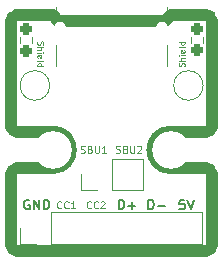
<source format=gto>
G04 #@! TF.GenerationSoftware,KiCad,Pcbnew,7.0.7*
G04 #@! TF.CreationDate,2024-02-23T23:35:20+01:00*
G04 #@! TF.ProjectId,SL_USB-TypeC-Breakout,534c5f55-5342-42d5-9479-7065432d4272,v1.0*
G04 #@! TF.SameCoordinates,Original*
G04 #@! TF.FileFunction,Legend,Top*
G04 #@! TF.FilePolarity,Positive*
%FSLAX46Y46*%
G04 Gerber Fmt 4.6, Leading zero omitted, Abs format (unit mm)*
G04 Created by KiCad (PCBNEW 7.0.7) date 2024-02-23 23:35:20*
%MOMM*%
%LPD*%
G01*
G04 APERTURE LIST*
G04 Aperture macros list*
%AMRoundRect*
0 Rectangle with rounded corners*
0 $1 Rounding radius*
0 $2 $3 $4 $5 $6 $7 $8 $9 X,Y pos of 4 corners*
0 Add a 4 corners polygon primitive as box body*
4,1,4,$2,$3,$4,$5,$6,$7,$8,$9,$2,$3,0*
0 Add four circle primitives for the rounded corners*
1,1,$1+$1,$2,$3*
1,1,$1+$1,$4,$5*
1,1,$1+$1,$6,$7*
1,1,$1+$1,$8,$9*
0 Add four rect primitives between the rounded corners*
20,1,$1+$1,$2,$3,$4,$5,0*
20,1,$1+$1,$4,$5,$6,$7,0*
20,1,$1+$1,$6,$7,$8,$9,0*
20,1,$1+$1,$8,$9,$2,$3,0*%
G04 Aperture macros list end*
%ADD10C,1.000000*%
%ADD11C,0.100000*%
%ADD12C,0.150000*%
%ADD13C,0.120000*%
%ADD14RoundRect,0.237500X-0.237500X0.250000X-0.237500X-0.250000X0.237500X-0.250000X0.237500X0.250000X0*%
%ADD15C,2.000000*%
%ADD16C,3.200000*%
%ADD17O,1.700000X1.700000*%
%ADD18R,1.700000X1.700000*%
%ADD19C,0.650000*%
%ADD20R,0.600000X1.150000*%
%ADD21R,0.300000X1.150000*%
%ADD22O,1.000000X2.100000*%
%ADD23O,1.000000X1.800000*%
G04 APERTURE END LIST*
D10*
X103350000Y-49966250D02*
X103850000Y-49466250D01*
X107350050Y-49966250D02*
G75*
G03*
X106850000Y-49466250I-500050J-50D01*
G01*
X90350000Y-62966250D02*
X90350000Y-68966250D01*
X103850000Y-62466250D02*
X106850000Y-62466250D01*
X94350000Y-49966250D02*
X103350000Y-49966250D01*
X90349950Y-68966250D02*
G75*
G03*
X90850000Y-69466250I500050J50D01*
G01*
X93850000Y-62466250D02*
X90850000Y-62466250D01*
X90850000Y-49466250D02*
X93850000Y-49466250D01*
X93850000Y-62466250D02*
G75*
G03*
X93850000Y-59366250I0J1550000D01*
G01*
X103850000Y-59366250D02*
X106850000Y-59366250D01*
X106850000Y-69466200D02*
G75*
G03*
X107350000Y-68966250I0J500000D01*
G01*
X93850000Y-49466250D02*
X94350000Y-49966250D01*
X90850000Y-69466250D02*
X98850000Y-69466250D01*
X98850000Y-69466250D02*
X106850000Y-69466250D01*
X107350000Y-49966250D02*
X107350000Y-58966250D01*
X107350050Y-62966250D02*
G75*
G03*
X106850000Y-62466250I-500050J-50D01*
G01*
X90850000Y-62466300D02*
G75*
G03*
X90350000Y-62966250I0J-500000D01*
G01*
X103850000Y-59366250D02*
G75*
G03*
X103850000Y-62466250I0J-1550000D01*
G01*
X90350000Y-58966250D02*
X90350000Y-49966250D01*
X90850000Y-49466300D02*
G75*
G03*
X90350000Y-49966250I0J-500000D01*
G01*
X107350000Y-68966250D02*
X107350000Y-62966250D01*
X93850000Y-59366250D02*
X90850000Y-59366250D01*
X103850000Y-49466250D02*
X106850000Y-49466250D01*
X106849999Y-59366270D02*
G75*
G03*
X107349999Y-58966250I33701J470370D01*
G01*
X90349938Y-58966260D02*
G75*
G03*
X90850000Y-59366250I468362J72960D01*
G01*
D11*
X105002300Y-53859522D02*
X105026109Y-53788094D01*
X105026109Y-53788094D02*
X105026109Y-53669046D01*
X105026109Y-53669046D02*
X105002300Y-53621427D01*
X105002300Y-53621427D02*
X104978490Y-53597618D01*
X104978490Y-53597618D02*
X104930871Y-53573808D01*
X104930871Y-53573808D02*
X104883252Y-53573808D01*
X104883252Y-53573808D02*
X104835633Y-53597618D01*
X104835633Y-53597618D02*
X104811823Y-53621427D01*
X104811823Y-53621427D02*
X104788014Y-53669046D01*
X104788014Y-53669046D02*
X104764204Y-53764284D01*
X104764204Y-53764284D02*
X104740395Y-53811903D01*
X104740395Y-53811903D02*
X104716585Y-53835713D01*
X104716585Y-53835713D02*
X104668966Y-53859522D01*
X104668966Y-53859522D02*
X104621347Y-53859522D01*
X104621347Y-53859522D02*
X104573728Y-53835713D01*
X104573728Y-53835713D02*
X104549919Y-53811903D01*
X104549919Y-53811903D02*
X104526109Y-53764284D01*
X104526109Y-53764284D02*
X104526109Y-53645237D01*
X104526109Y-53645237D02*
X104549919Y-53573808D01*
X105026109Y-53359523D02*
X104526109Y-53359523D01*
X105026109Y-53145237D02*
X104764204Y-53145237D01*
X104764204Y-53145237D02*
X104716585Y-53169047D01*
X104716585Y-53169047D02*
X104692776Y-53216666D01*
X104692776Y-53216666D02*
X104692776Y-53288094D01*
X104692776Y-53288094D02*
X104716585Y-53335713D01*
X104716585Y-53335713D02*
X104740395Y-53359523D01*
X105026109Y-52907142D02*
X104692776Y-52907142D01*
X104526109Y-52907142D02*
X104549919Y-52930951D01*
X104549919Y-52930951D02*
X104573728Y-52907142D01*
X104573728Y-52907142D02*
X104549919Y-52883332D01*
X104549919Y-52883332D02*
X104526109Y-52907142D01*
X104526109Y-52907142D02*
X104573728Y-52907142D01*
X105002300Y-52478571D02*
X105026109Y-52526190D01*
X105026109Y-52526190D02*
X105026109Y-52621428D01*
X105026109Y-52621428D02*
X105002300Y-52669047D01*
X105002300Y-52669047D02*
X104954680Y-52692856D01*
X104954680Y-52692856D02*
X104764204Y-52692856D01*
X104764204Y-52692856D02*
X104716585Y-52669047D01*
X104716585Y-52669047D02*
X104692776Y-52621428D01*
X104692776Y-52621428D02*
X104692776Y-52526190D01*
X104692776Y-52526190D02*
X104716585Y-52478571D01*
X104716585Y-52478571D02*
X104764204Y-52454761D01*
X104764204Y-52454761D02*
X104811823Y-52454761D01*
X104811823Y-52454761D02*
X104859442Y-52692856D01*
X105026109Y-52169047D02*
X105002300Y-52216666D01*
X105002300Y-52216666D02*
X104954680Y-52240476D01*
X104954680Y-52240476D02*
X104526109Y-52240476D01*
X105026109Y-51764285D02*
X104526109Y-51764285D01*
X105002300Y-51764285D02*
X105026109Y-51811904D01*
X105026109Y-51811904D02*
X105026109Y-51907142D01*
X105026109Y-51907142D02*
X105002300Y-51954761D01*
X105002300Y-51954761D02*
X104978490Y-51978571D01*
X104978490Y-51978571D02*
X104930871Y-52002380D01*
X104930871Y-52002380D02*
X104788014Y-52002380D01*
X104788014Y-52002380D02*
X104740395Y-51978571D01*
X104740395Y-51978571D02*
X104716585Y-51954761D01*
X104716585Y-51954761D02*
X104692776Y-51907142D01*
X104692776Y-51907142D02*
X104692776Y-51811904D01*
X104692776Y-51811904D02*
X104716585Y-51764285D01*
X94600000Y-65815228D02*
X94571428Y-65843800D01*
X94571428Y-65843800D02*
X94485714Y-65872371D01*
X94485714Y-65872371D02*
X94428571Y-65872371D01*
X94428571Y-65872371D02*
X94342857Y-65843800D01*
X94342857Y-65843800D02*
X94285714Y-65786657D01*
X94285714Y-65786657D02*
X94257143Y-65729514D01*
X94257143Y-65729514D02*
X94228571Y-65615228D01*
X94228571Y-65615228D02*
X94228571Y-65529514D01*
X94228571Y-65529514D02*
X94257143Y-65415228D01*
X94257143Y-65415228D02*
X94285714Y-65358085D01*
X94285714Y-65358085D02*
X94342857Y-65300942D01*
X94342857Y-65300942D02*
X94428571Y-65272371D01*
X94428571Y-65272371D02*
X94485714Y-65272371D01*
X94485714Y-65272371D02*
X94571428Y-65300942D01*
X94571428Y-65300942D02*
X94600000Y-65329514D01*
X95200000Y-65815228D02*
X95171428Y-65843800D01*
X95171428Y-65843800D02*
X95085714Y-65872371D01*
X95085714Y-65872371D02*
X95028571Y-65872371D01*
X95028571Y-65872371D02*
X94942857Y-65843800D01*
X94942857Y-65843800D02*
X94885714Y-65786657D01*
X94885714Y-65786657D02*
X94857143Y-65729514D01*
X94857143Y-65729514D02*
X94828571Y-65615228D01*
X94828571Y-65615228D02*
X94828571Y-65529514D01*
X94828571Y-65529514D02*
X94857143Y-65415228D01*
X94857143Y-65415228D02*
X94885714Y-65358085D01*
X94885714Y-65358085D02*
X94942857Y-65300942D01*
X94942857Y-65300942D02*
X95028571Y-65272371D01*
X95028571Y-65272371D02*
X95085714Y-65272371D01*
X95085714Y-65272371D02*
X95171428Y-65300942D01*
X95171428Y-65300942D02*
X95200000Y-65329514D01*
X95771428Y-65872371D02*
X95428571Y-65872371D01*
X95600000Y-65872371D02*
X95600000Y-65272371D01*
X95600000Y-65272371D02*
X95542857Y-65358085D01*
X95542857Y-65358085D02*
X95485714Y-65415228D01*
X95485714Y-65415228D02*
X95428571Y-65443800D01*
X96228571Y-61143800D02*
X96314286Y-61172371D01*
X96314286Y-61172371D02*
X96457143Y-61172371D01*
X96457143Y-61172371D02*
X96514286Y-61143800D01*
X96514286Y-61143800D02*
X96542857Y-61115228D01*
X96542857Y-61115228D02*
X96571428Y-61058085D01*
X96571428Y-61058085D02*
X96571428Y-61000942D01*
X96571428Y-61000942D02*
X96542857Y-60943800D01*
X96542857Y-60943800D02*
X96514286Y-60915228D01*
X96514286Y-60915228D02*
X96457143Y-60886657D01*
X96457143Y-60886657D02*
X96342857Y-60858085D01*
X96342857Y-60858085D02*
X96285714Y-60829514D01*
X96285714Y-60829514D02*
X96257143Y-60800942D01*
X96257143Y-60800942D02*
X96228571Y-60743800D01*
X96228571Y-60743800D02*
X96228571Y-60686657D01*
X96228571Y-60686657D02*
X96257143Y-60629514D01*
X96257143Y-60629514D02*
X96285714Y-60600942D01*
X96285714Y-60600942D02*
X96342857Y-60572371D01*
X96342857Y-60572371D02*
X96485714Y-60572371D01*
X96485714Y-60572371D02*
X96571428Y-60600942D01*
X97028572Y-60858085D02*
X97114286Y-60886657D01*
X97114286Y-60886657D02*
X97142857Y-60915228D01*
X97142857Y-60915228D02*
X97171429Y-60972371D01*
X97171429Y-60972371D02*
X97171429Y-61058085D01*
X97171429Y-61058085D02*
X97142857Y-61115228D01*
X97142857Y-61115228D02*
X97114286Y-61143800D01*
X97114286Y-61143800D02*
X97057143Y-61172371D01*
X97057143Y-61172371D02*
X96828572Y-61172371D01*
X96828572Y-61172371D02*
X96828572Y-60572371D01*
X96828572Y-60572371D02*
X97028572Y-60572371D01*
X97028572Y-60572371D02*
X97085715Y-60600942D01*
X97085715Y-60600942D02*
X97114286Y-60629514D01*
X97114286Y-60629514D02*
X97142857Y-60686657D01*
X97142857Y-60686657D02*
X97142857Y-60743800D01*
X97142857Y-60743800D02*
X97114286Y-60800942D01*
X97114286Y-60800942D02*
X97085715Y-60829514D01*
X97085715Y-60829514D02*
X97028572Y-60858085D01*
X97028572Y-60858085D02*
X96828572Y-60858085D01*
X97428572Y-60572371D02*
X97428572Y-61058085D01*
X97428572Y-61058085D02*
X97457143Y-61115228D01*
X97457143Y-61115228D02*
X97485715Y-61143800D01*
X97485715Y-61143800D02*
X97542857Y-61172371D01*
X97542857Y-61172371D02*
X97657143Y-61172371D01*
X97657143Y-61172371D02*
X97714286Y-61143800D01*
X97714286Y-61143800D02*
X97742857Y-61115228D01*
X97742857Y-61115228D02*
X97771429Y-61058085D01*
X97771429Y-61058085D02*
X97771429Y-60572371D01*
X98371428Y-61172371D02*
X98028571Y-61172371D01*
X98200000Y-61172371D02*
X98200000Y-60572371D01*
X98200000Y-60572371D02*
X98142857Y-60658085D01*
X98142857Y-60658085D02*
X98085714Y-60715228D01*
X98085714Y-60715228D02*
X98028571Y-60743800D01*
X99228571Y-61143800D02*
X99314286Y-61172371D01*
X99314286Y-61172371D02*
X99457143Y-61172371D01*
X99457143Y-61172371D02*
X99514286Y-61143800D01*
X99514286Y-61143800D02*
X99542857Y-61115228D01*
X99542857Y-61115228D02*
X99571428Y-61058085D01*
X99571428Y-61058085D02*
X99571428Y-61000942D01*
X99571428Y-61000942D02*
X99542857Y-60943800D01*
X99542857Y-60943800D02*
X99514286Y-60915228D01*
X99514286Y-60915228D02*
X99457143Y-60886657D01*
X99457143Y-60886657D02*
X99342857Y-60858085D01*
X99342857Y-60858085D02*
X99285714Y-60829514D01*
X99285714Y-60829514D02*
X99257143Y-60800942D01*
X99257143Y-60800942D02*
X99228571Y-60743800D01*
X99228571Y-60743800D02*
X99228571Y-60686657D01*
X99228571Y-60686657D02*
X99257143Y-60629514D01*
X99257143Y-60629514D02*
X99285714Y-60600942D01*
X99285714Y-60600942D02*
X99342857Y-60572371D01*
X99342857Y-60572371D02*
X99485714Y-60572371D01*
X99485714Y-60572371D02*
X99571428Y-60600942D01*
X100028572Y-60858085D02*
X100114286Y-60886657D01*
X100114286Y-60886657D02*
X100142857Y-60915228D01*
X100142857Y-60915228D02*
X100171429Y-60972371D01*
X100171429Y-60972371D02*
X100171429Y-61058085D01*
X100171429Y-61058085D02*
X100142857Y-61115228D01*
X100142857Y-61115228D02*
X100114286Y-61143800D01*
X100114286Y-61143800D02*
X100057143Y-61172371D01*
X100057143Y-61172371D02*
X99828572Y-61172371D01*
X99828572Y-61172371D02*
X99828572Y-60572371D01*
X99828572Y-60572371D02*
X100028572Y-60572371D01*
X100028572Y-60572371D02*
X100085715Y-60600942D01*
X100085715Y-60600942D02*
X100114286Y-60629514D01*
X100114286Y-60629514D02*
X100142857Y-60686657D01*
X100142857Y-60686657D02*
X100142857Y-60743800D01*
X100142857Y-60743800D02*
X100114286Y-60800942D01*
X100114286Y-60800942D02*
X100085715Y-60829514D01*
X100085715Y-60829514D02*
X100028572Y-60858085D01*
X100028572Y-60858085D02*
X99828572Y-60858085D01*
X100428572Y-60572371D02*
X100428572Y-61058085D01*
X100428572Y-61058085D02*
X100457143Y-61115228D01*
X100457143Y-61115228D02*
X100485715Y-61143800D01*
X100485715Y-61143800D02*
X100542857Y-61172371D01*
X100542857Y-61172371D02*
X100657143Y-61172371D01*
X100657143Y-61172371D02*
X100714286Y-61143800D01*
X100714286Y-61143800D02*
X100742857Y-61115228D01*
X100742857Y-61115228D02*
X100771429Y-61058085D01*
X100771429Y-61058085D02*
X100771429Y-60572371D01*
X101028571Y-60629514D02*
X101057143Y-60600942D01*
X101057143Y-60600942D02*
X101114286Y-60572371D01*
X101114286Y-60572371D02*
X101257143Y-60572371D01*
X101257143Y-60572371D02*
X101314286Y-60600942D01*
X101314286Y-60600942D02*
X101342857Y-60629514D01*
X101342857Y-60629514D02*
X101371428Y-60686657D01*
X101371428Y-60686657D02*
X101371428Y-60743800D01*
X101371428Y-60743800D02*
X101342857Y-60829514D01*
X101342857Y-60829514D02*
X101000000Y-61172371D01*
X101000000Y-61172371D02*
X101371428Y-61172371D01*
D12*
X104997619Y-65162295D02*
X104616667Y-65162295D01*
X104616667Y-65162295D02*
X104578571Y-65543247D01*
X104578571Y-65543247D02*
X104616667Y-65505152D01*
X104616667Y-65505152D02*
X104692857Y-65467057D01*
X104692857Y-65467057D02*
X104883333Y-65467057D01*
X104883333Y-65467057D02*
X104959524Y-65505152D01*
X104959524Y-65505152D02*
X104997619Y-65543247D01*
X104997619Y-65543247D02*
X105035714Y-65619438D01*
X105035714Y-65619438D02*
X105035714Y-65809914D01*
X105035714Y-65809914D02*
X104997619Y-65886104D01*
X104997619Y-65886104D02*
X104959524Y-65924200D01*
X104959524Y-65924200D02*
X104883333Y-65962295D01*
X104883333Y-65962295D02*
X104692857Y-65962295D01*
X104692857Y-65962295D02*
X104616667Y-65924200D01*
X104616667Y-65924200D02*
X104578571Y-65886104D01*
X105264286Y-65162295D02*
X105530953Y-65962295D01*
X105530953Y-65962295D02*
X105797619Y-65162295D01*
X91890476Y-65200390D02*
X91814286Y-65162295D01*
X91814286Y-65162295D02*
X91700000Y-65162295D01*
X91700000Y-65162295D02*
X91585714Y-65200390D01*
X91585714Y-65200390D02*
X91509524Y-65276580D01*
X91509524Y-65276580D02*
X91471429Y-65352771D01*
X91471429Y-65352771D02*
X91433333Y-65505152D01*
X91433333Y-65505152D02*
X91433333Y-65619438D01*
X91433333Y-65619438D02*
X91471429Y-65771819D01*
X91471429Y-65771819D02*
X91509524Y-65848009D01*
X91509524Y-65848009D02*
X91585714Y-65924200D01*
X91585714Y-65924200D02*
X91700000Y-65962295D01*
X91700000Y-65962295D02*
X91776191Y-65962295D01*
X91776191Y-65962295D02*
X91890476Y-65924200D01*
X91890476Y-65924200D02*
X91928572Y-65886104D01*
X91928572Y-65886104D02*
X91928572Y-65619438D01*
X91928572Y-65619438D02*
X91776191Y-65619438D01*
X92271429Y-65962295D02*
X92271429Y-65162295D01*
X92271429Y-65162295D02*
X92728572Y-65962295D01*
X92728572Y-65962295D02*
X92728572Y-65162295D01*
X93109524Y-65962295D02*
X93109524Y-65162295D01*
X93109524Y-65162295D02*
X93300000Y-65162295D01*
X93300000Y-65162295D02*
X93414286Y-65200390D01*
X93414286Y-65200390D02*
X93490476Y-65276580D01*
X93490476Y-65276580D02*
X93528571Y-65352771D01*
X93528571Y-65352771D02*
X93566667Y-65505152D01*
X93566667Y-65505152D02*
X93566667Y-65619438D01*
X93566667Y-65619438D02*
X93528571Y-65771819D01*
X93528571Y-65771819D02*
X93490476Y-65848009D01*
X93490476Y-65848009D02*
X93414286Y-65924200D01*
X93414286Y-65924200D02*
X93300000Y-65962295D01*
X93300000Y-65962295D02*
X93109524Y-65962295D01*
D11*
X92597700Y-51740477D02*
X92573890Y-51811905D01*
X92573890Y-51811905D02*
X92573890Y-51930953D01*
X92573890Y-51930953D02*
X92597700Y-51978572D01*
X92597700Y-51978572D02*
X92621509Y-52002381D01*
X92621509Y-52002381D02*
X92669128Y-52026191D01*
X92669128Y-52026191D02*
X92716747Y-52026191D01*
X92716747Y-52026191D02*
X92764366Y-52002381D01*
X92764366Y-52002381D02*
X92788176Y-51978572D01*
X92788176Y-51978572D02*
X92811985Y-51930953D01*
X92811985Y-51930953D02*
X92835795Y-51835715D01*
X92835795Y-51835715D02*
X92859604Y-51788096D01*
X92859604Y-51788096D02*
X92883414Y-51764286D01*
X92883414Y-51764286D02*
X92931033Y-51740477D01*
X92931033Y-51740477D02*
X92978652Y-51740477D01*
X92978652Y-51740477D02*
X93026271Y-51764286D01*
X93026271Y-51764286D02*
X93050080Y-51788096D01*
X93050080Y-51788096D02*
X93073890Y-51835715D01*
X93073890Y-51835715D02*
X93073890Y-51954762D01*
X93073890Y-51954762D02*
X93050080Y-52026191D01*
X92573890Y-52240476D02*
X93073890Y-52240476D01*
X92573890Y-52454762D02*
X92835795Y-52454762D01*
X92835795Y-52454762D02*
X92883414Y-52430952D01*
X92883414Y-52430952D02*
X92907223Y-52383333D01*
X92907223Y-52383333D02*
X92907223Y-52311905D01*
X92907223Y-52311905D02*
X92883414Y-52264286D01*
X92883414Y-52264286D02*
X92859604Y-52240476D01*
X92573890Y-52692857D02*
X92907223Y-52692857D01*
X93073890Y-52692857D02*
X93050080Y-52669048D01*
X93050080Y-52669048D02*
X93026271Y-52692857D01*
X93026271Y-52692857D02*
X93050080Y-52716667D01*
X93050080Y-52716667D02*
X93073890Y-52692857D01*
X93073890Y-52692857D02*
X93026271Y-52692857D01*
X92597700Y-53121428D02*
X92573890Y-53073809D01*
X92573890Y-53073809D02*
X92573890Y-52978571D01*
X92573890Y-52978571D02*
X92597700Y-52930952D01*
X92597700Y-52930952D02*
X92645319Y-52907143D01*
X92645319Y-52907143D02*
X92835795Y-52907143D01*
X92835795Y-52907143D02*
X92883414Y-52930952D01*
X92883414Y-52930952D02*
X92907223Y-52978571D01*
X92907223Y-52978571D02*
X92907223Y-53073809D01*
X92907223Y-53073809D02*
X92883414Y-53121428D01*
X92883414Y-53121428D02*
X92835795Y-53145238D01*
X92835795Y-53145238D02*
X92788176Y-53145238D01*
X92788176Y-53145238D02*
X92740557Y-52907143D01*
X92573890Y-53430952D02*
X92597700Y-53383333D01*
X92597700Y-53383333D02*
X92645319Y-53359523D01*
X92645319Y-53359523D02*
X93073890Y-53359523D01*
X92573890Y-53835714D02*
X93073890Y-53835714D01*
X92597700Y-53835714D02*
X92573890Y-53788095D01*
X92573890Y-53788095D02*
X92573890Y-53692857D01*
X92573890Y-53692857D02*
X92597700Y-53645238D01*
X92597700Y-53645238D02*
X92621509Y-53621428D01*
X92621509Y-53621428D02*
X92669128Y-53597619D01*
X92669128Y-53597619D02*
X92811985Y-53597619D01*
X92811985Y-53597619D02*
X92859604Y-53621428D01*
X92859604Y-53621428D02*
X92883414Y-53645238D01*
X92883414Y-53645238D02*
X92907223Y-53692857D01*
X92907223Y-53692857D02*
X92907223Y-53788095D01*
X92907223Y-53788095D02*
X92883414Y-53835714D01*
D12*
X101945238Y-65962295D02*
X101945238Y-65162295D01*
X101945238Y-65162295D02*
X102135714Y-65162295D01*
X102135714Y-65162295D02*
X102250000Y-65200390D01*
X102250000Y-65200390D02*
X102326190Y-65276580D01*
X102326190Y-65276580D02*
X102364285Y-65352771D01*
X102364285Y-65352771D02*
X102402381Y-65505152D01*
X102402381Y-65505152D02*
X102402381Y-65619438D01*
X102402381Y-65619438D02*
X102364285Y-65771819D01*
X102364285Y-65771819D02*
X102326190Y-65848009D01*
X102326190Y-65848009D02*
X102250000Y-65924200D01*
X102250000Y-65924200D02*
X102135714Y-65962295D01*
X102135714Y-65962295D02*
X101945238Y-65962295D01*
X102745238Y-65657533D02*
X103354762Y-65657533D01*
D11*
X97100000Y-65815228D02*
X97071428Y-65843800D01*
X97071428Y-65843800D02*
X96985714Y-65872371D01*
X96985714Y-65872371D02*
X96928571Y-65872371D01*
X96928571Y-65872371D02*
X96842857Y-65843800D01*
X96842857Y-65843800D02*
X96785714Y-65786657D01*
X96785714Y-65786657D02*
X96757143Y-65729514D01*
X96757143Y-65729514D02*
X96728571Y-65615228D01*
X96728571Y-65615228D02*
X96728571Y-65529514D01*
X96728571Y-65529514D02*
X96757143Y-65415228D01*
X96757143Y-65415228D02*
X96785714Y-65358085D01*
X96785714Y-65358085D02*
X96842857Y-65300942D01*
X96842857Y-65300942D02*
X96928571Y-65272371D01*
X96928571Y-65272371D02*
X96985714Y-65272371D01*
X96985714Y-65272371D02*
X97071428Y-65300942D01*
X97071428Y-65300942D02*
X97100000Y-65329514D01*
X97700000Y-65815228D02*
X97671428Y-65843800D01*
X97671428Y-65843800D02*
X97585714Y-65872371D01*
X97585714Y-65872371D02*
X97528571Y-65872371D01*
X97528571Y-65872371D02*
X97442857Y-65843800D01*
X97442857Y-65843800D02*
X97385714Y-65786657D01*
X97385714Y-65786657D02*
X97357143Y-65729514D01*
X97357143Y-65729514D02*
X97328571Y-65615228D01*
X97328571Y-65615228D02*
X97328571Y-65529514D01*
X97328571Y-65529514D02*
X97357143Y-65415228D01*
X97357143Y-65415228D02*
X97385714Y-65358085D01*
X97385714Y-65358085D02*
X97442857Y-65300942D01*
X97442857Y-65300942D02*
X97528571Y-65272371D01*
X97528571Y-65272371D02*
X97585714Y-65272371D01*
X97585714Y-65272371D02*
X97671428Y-65300942D01*
X97671428Y-65300942D02*
X97700000Y-65329514D01*
X97928571Y-65329514D02*
X97957143Y-65300942D01*
X97957143Y-65300942D02*
X98014286Y-65272371D01*
X98014286Y-65272371D02*
X98157143Y-65272371D01*
X98157143Y-65272371D02*
X98214286Y-65300942D01*
X98214286Y-65300942D02*
X98242857Y-65329514D01*
X98242857Y-65329514D02*
X98271428Y-65386657D01*
X98271428Y-65386657D02*
X98271428Y-65443800D01*
X98271428Y-65443800D02*
X98242857Y-65529514D01*
X98242857Y-65529514D02*
X97900000Y-65872371D01*
X97900000Y-65872371D02*
X98271428Y-65872371D01*
D12*
X99445238Y-65962295D02*
X99445238Y-65162295D01*
X99445238Y-65162295D02*
X99635714Y-65162295D01*
X99635714Y-65162295D02*
X99750000Y-65200390D01*
X99750000Y-65200390D02*
X99826190Y-65276580D01*
X99826190Y-65276580D02*
X99864285Y-65352771D01*
X99864285Y-65352771D02*
X99902381Y-65505152D01*
X99902381Y-65505152D02*
X99902381Y-65619438D01*
X99902381Y-65619438D02*
X99864285Y-65771819D01*
X99864285Y-65771819D02*
X99826190Y-65848009D01*
X99826190Y-65848009D02*
X99750000Y-65924200D01*
X99750000Y-65924200D02*
X99635714Y-65962295D01*
X99635714Y-65962295D02*
X99445238Y-65962295D01*
X100245238Y-65657533D02*
X100854762Y-65657533D01*
X100550000Y-65962295D02*
X100550000Y-65352771D01*
D13*
X106622500Y-51332776D02*
X106622500Y-51842224D01*
X105577500Y-51332776D02*
X105577500Y-51842224D01*
X93601000Y-55466250D02*
G75*
G03*
X93601000Y-55466250I-1251000J0D01*
G01*
X96270000Y-64330000D02*
X96270000Y-63000000D01*
X97600000Y-64330000D02*
X96270000Y-64330000D01*
X98870000Y-64330000D02*
X101470000Y-64330000D01*
X98870000Y-64330000D02*
X98870000Y-61670000D01*
X101470000Y-64330000D02*
X101470000Y-61670000D01*
X98870000Y-61670000D02*
X101470000Y-61670000D01*
X106601000Y-55466250D02*
G75*
G03*
X106601000Y-55466250I-1251000J0D01*
G01*
X91120000Y-68863750D02*
X91120000Y-67533750D01*
X92450000Y-68863750D02*
X91120000Y-68863750D01*
X93720000Y-68863750D02*
X106480000Y-68863750D01*
X93720000Y-68863750D02*
X93720000Y-66203750D01*
X106480000Y-68863750D02*
X106480000Y-66203750D01*
X93720000Y-66203750D02*
X106480000Y-66203750D01*
X103500000Y-52041250D02*
X103500000Y-53841250D01*
X103500000Y-49941250D02*
X103500000Y-48791250D01*
X94160000Y-52041250D02*
X94160000Y-53841250D01*
X94160000Y-49941250D02*
X94160000Y-48791250D01*
X92122500Y-51357776D02*
X92122500Y-51867224D01*
X91077500Y-51357776D02*
X91077500Y-51867224D01*
%LPC*%
D14*
X106100000Y-50675000D03*
X106100000Y-52500000D03*
D15*
X92350000Y-55466250D03*
D16*
X93850000Y-60916250D03*
X103850000Y-60916250D03*
D17*
X100140000Y-63000000D03*
D15*
X105350000Y-55466250D03*
D18*
X92450000Y-67533750D03*
D17*
X94990000Y-67533750D03*
X97530000Y-67533750D03*
X100070000Y-67533750D03*
X102610000Y-67533750D03*
X105150000Y-67533750D03*
D19*
X101720000Y-54646250D03*
X95940000Y-54646250D03*
D20*
X102030000Y-55721250D03*
X101230000Y-55721250D03*
D21*
X100080000Y-55721250D03*
X99080000Y-55721250D03*
X98580000Y-55721250D03*
X97580000Y-55721250D03*
D20*
X96430000Y-55721250D03*
X95630000Y-55721250D03*
X95630000Y-55721250D03*
X96430000Y-55721250D03*
D21*
X97080000Y-55721250D03*
X98080000Y-55721250D03*
X99580000Y-55721250D03*
X100580000Y-55721250D03*
D20*
X101230000Y-55721250D03*
X102030000Y-55721250D03*
D22*
X103150000Y-55146250D03*
D23*
X103150000Y-50966250D03*
D22*
X94510000Y-55146250D03*
D23*
X94510000Y-50966250D03*
D14*
X91600000Y-50700000D03*
X91600000Y-52525000D03*
%LPD*%
M02*

</source>
